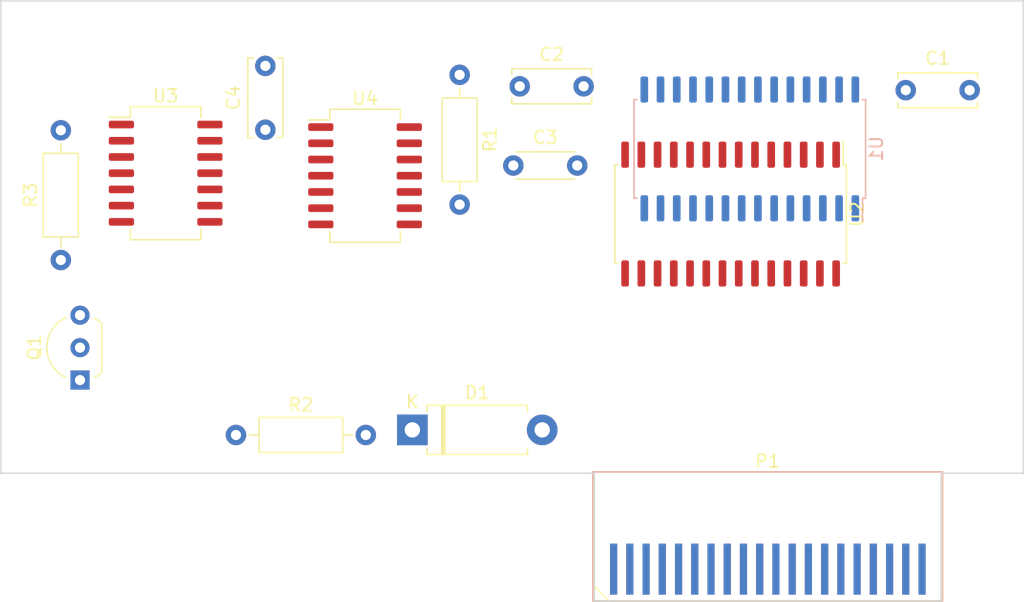
<source format=kicad_pcb>
(kicad_pcb (version 20171130) (host pcbnew 5.99.0+really5.1.10+dfsg1-1)

  (general
    (thickness 620)
    (drawings 5)
    (tracks 0)
    (zones 0)
    (modules 14)
    (nets 41)
  )

  (page A4)
  (layers
    (0 F.Cu signal)
    (31 B.Cu signal)
    (32 B.Adhes user)
    (33 F.Adhes user)
    (34 B.Paste user)
    (35 F.Paste user)
    (36 B.SilkS user)
    (37 F.SilkS user)
    (38 B.Mask user)
    (39 F.Mask user)
    (40 Dwgs.User user)
    (41 Cmts.User user)
    (42 Eco1.User user)
    (43 Eco2.User user)
    (44 Edge.Cuts user)
    (45 Margin user)
    (46 B.CrtYd user)
    (47 F.CrtYd user)
    (48 B.Fab user hide)
    (49 F.Fab user hide)
  )

  (setup
    (last_trace_width 0.25)
    (trace_clearance 0.2)
    (zone_clearance 0.508)
    (zone_45_only no)
    (trace_min 0.2)
    (via_size 0.8)
    (via_drill 0.4)
    (via_min_size 0.4)
    (via_min_drill 0.3)
    (uvia_size 0.3)
    (uvia_drill 0.1)
    (uvias_allowed no)
    (uvia_min_size 0.2)
    (uvia_min_drill 0.1)
    (edge_width 0.12)
    (segment_width 0.12)
    (pcb_text_width 0.3)
    (pcb_text_size 1.5 1.5)
    (mod_edge_width 0.12)
    (mod_text_size 1 1)
    (mod_text_width 0.15)
    (pad_size 1.524 1.524)
    (pad_drill 0.762)
    (pad_to_mask_clearance 0)
    (aux_axis_origin 0 0)
    (visible_elements FFFFFF7F)
    (pcbplotparams
      (layerselection 0x010fc_ffffffff)
      (usegerberextensions false)
      (usegerberattributes true)
      (usegerberadvancedattributes true)
      (creategerberjobfile true)
      (excludeedgelayer true)
      (linewidth 0.100000)
      (plotframeref false)
      (viasonmask false)
      (mode 1)
      (useauxorigin false)
      (hpglpennumber 1)
      (hpglpenspeed 20)
      (hpglpendiameter 15.000000)
      (psnegative false)
      (psa4output false)
      (plotreference true)
      (plotvalue true)
      (plotinvisibletext false)
      (padsonsilk false)
      (subtractmaskfromsilk false)
      (outputformat 1)
      (mirror false)
      (drillshape 1)
      (scaleselection 1)
      (outputdirectory ""))
  )

  (net 0 "")
  (net 1 GND)
  (net 2 VCC)
  (net 3 /P38)
  (net 4 /P34)
  (net 5 /P33)
  (net 6 /A8)
  (net 7 /A12)
  (net 8 /A9)
  (net 9 /A7)
  (net 10 /A11)
  (net 11 /A6)
  (net 12 /A5)
  (net 13 /A4)
  (net 14 /A10)
  (net 15 /A3)
  (net 16 /A2)
  (net 17 /D7)
  (net 18 /A1)
  (net 19 /D6)
  (net 20 /A0)
  (net 21 /D5)
  (net 22 /D0)
  (net 23 /D4)
  (net 24 /D1)
  (net 25 /D3)
  (net 26 /D2)
  (net 27 /A13RAM)
  (net 28 /A14RAM)
  (net 29 /~CSRAM)
  (net 30 /~CEROM)
  (net 31 /~OEROM)
  (net 32 /A14)
  (net 33 /A13)
  (net 34 /P31)
  (net 35 "Net-(Q1-Pad2)")
  (net 36 /~WERAM)
  (net 37 /~OERAM)
  (net 38 VMEM)
  (net 39 "Net-(D1-Pad2)")
  (net 40 /P18)

  (net_class Default "This is the default net class."
    (clearance 0.2)
    (trace_width 0.25)
    (via_dia 0.8)
    (via_drill 0.4)
    (uvia_dia 0.3)
    (uvia_drill 0.1)
    (add_net /A0)
    (add_net /A1)
    (add_net /A10)
    (add_net /A11)
    (add_net /A12)
    (add_net /A13)
    (add_net /A13RAM)
    (add_net /A14)
    (add_net /A14RAM)
    (add_net /A2)
    (add_net /A3)
    (add_net /A4)
    (add_net /A5)
    (add_net /A6)
    (add_net /A7)
    (add_net /A8)
    (add_net /A9)
    (add_net /D0)
    (add_net /D1)
    (add_net /D2)
    (add_net /D3)
    (add_net /D4)
    (add_net /D5)
    (add_net /D6)
    (add_net /D7)
    (add_net /P18)
    (add_net /P31)
    (add_net /P33)
    (add_net /P34)
    (add_net /P38)
    (add_net /~CEROM)
    (add_net /~CSRAM)
    (add_net /~OERAM)
    (add_net /~OEROM)
    (add_net /~WERAM)
    (add_net GND)
    (add_net "Net-(BT1-Pad1)")
    (add_net "Net-(D1-Pad2)")
    (add_net "Net-(P1-Pad29)")
    (add_net "Net-(P1-Pad32)")
    (add_net "Net-(P1-Pad35)")
    (add_net "Net-(P1-Pad36)")
    (add_net "Net-(P1-Pad37)")
    (add_net "Net-(Q1-Pad2)")
    (add_net "Net-(U3-Pad1)")
    (add_net "Net-(U3-Pad12)")
    (add_net "Net-(U3-Pad3)")
    (add_net "Net-(U3-Pad4)")
    (add_net "Net-(U3-Pad6)")
    (add_net "Net-(U4-Pad6)")
    (add_net "Net-(U4-Pad8)")
    (add_net VCC)
    (add_net VMEM)
  )

  (module Capacitor_THT:C_Disc_D6.0mm_W2.5mm_P5.00mm (layer F.Cu) (tedit 5AE50EF0) (tstamp 61540F0D)
    (at 150.8 106)
    (descr "C, Disc series, Radial, pin pitch=5.00mm, , diameter*width=6*2.5mm^2, Capacitor, http://cdn-reichelt.de/documents/datenblatt/B300/DS_KERKO_TC.pdf")
    (tags "C Disc series Radial pin pitch 5.00mm  diameter 6mm width 2.5mm Capacitor")
    (path /5159BFD4)
    (fp_text reference C1 (at 2.5 -2.5) (layer F.SilkS)
      (effects (font (size 1 1) (thickness 0.15)))
    )
    (fp_text value 100n (at 2.5 2.5) (layer F.Fab)
      (effects (font (size 1 1) (thickness 0.15)))
    )
    (fp_line (start 6.05 -1.5) (end -1.05 -1.5) (layer F.CrtYd) (width 0.05))
    (fp_line (start 6.05 1.5) (end 6.05 -1.5) (layer F.CrtYd) (width 0.05))
    (fp_line (start -1.05 1.5) (end 6.05 1.5) (layer F.CrtYd) (width 0.05))
    (fp_line (start -1.05 -1.5) (end -1.05 1.5) (layer F.CrtYd) (width 0.05))
    (fp_line (start 5.62 0.925) (end 5.62 1.37) (layer F.SilkS) (width 0.12))
    (fp_line (start 5.62 -1.37) (end 5.62 -0.925) (layer F.SilkS) (width 0.12))
    (fp_line (start -0.62 0.925) (end -0.62 1.37) (layer F.SilkS) (width 0.12))
    (fp_line (start -0.62 -1.37) (end -0.62 -0.925) (layer F.SilkS) (width 0.12))
    (fp_line (start -0.62 1.37) (end 5.62 1.37) (layer F.SilkS) (width 0.12))
    (fp_line (start -0.62 -1.37) (end 5.62 -1.37) (layer F.SilkS) (width 0.12))
    (fp_line (start 5.5 -1.25) (end -0.5 -1.25) (layer F.Fab) (width 0.1))
    (fp_line (start 5.5 1.25) (end 5.5 -1.25) (layer F.Fab) (width 0.1))
    (fp_line (start -0.5 1.25) (end 5.5 1.25) (layer F.Fab) (width 0.1))
    (fp_line (start -0.5 -1.25) (end -0.5 1.25) (layer F.Fab) (width 0.1))
    (fp_text user %R (at 2.5 0) (layer F.Fab)
      (effects (font (size 1 1) (thickness 0.15)))
    )
    (pad 2 thru_hole circle (at 5 0) (size 1.6 1.6) (drill 0.8) (layers *.Cu *.Mask)
      (net 1 GND))
    (pad 1 thru_hole circle (at 0 0) (size 1.6 1.6) (drill 0.8) (layers *.Cu *.Mask)
      (net 2 VCC))
    (model ${KISYS3DMOD}/Capacitor_THT.3dshapes/C_Disc_D6.0mm_W2.5mm_P5.00mm.wrl
      (at (xyz 0 0 0))
      (scale (xyz 1 1 1))
      (rotate (xyz 0 0 0))
    )
  )

  (module Package_TO_SOT_THT:TO-92L_Inline_Wide (layer F.Cu) (tedit 5A11996A) (tstamp 615493F7)
    (at 86.2 128.7 90)
    (descr "TO-92L leads in-line (large body variant of TO-92), also known as TO-226, wide, drill 0.75mm (see https://www.diodes.com/assets/Package-Files/TO92L.pdf and http://www.ti.com/lit/an/snoa059/snoa059.pdf)")
    (tags "TO-92L Inline Wide transistor")
    (path /61582988)
    (fp_text reference Q1 (at 2.54 -3.56 90) (layer F.SilkS)
      (effects (font (size 1 1) (thickness 0.15)))
    )
    (fp_text value UN1211 (at 2.54 2.79 90) (layer F.Fab)
      (effects (font (size 1 1) (thickness 0.15)))
    )
    (fp_line (start 6.1 1.85) (end -1 1.85) (layer F.CrtYd) (width 0.05))
    (fp_line (start 6.1 1.85) (end 6.1 -2.75) (layer F.CrtYd) (width 0.05))
    (fp_line (start -1 -2.75) (end -1 1.85) (layer F.CrtYd) (width 0.05))
    (fp_line (start -1 -2.75) (end 6.1 -2.75) (layer F.CrtYd) (width 0.05))
    (fp_line (start 0.65 1.6) (end 4.4 1.6) (layer F.Fab) (width 0.1))
    (fp_line (start 0.6 1.7) (end 4.45 1.7) (layer F.SilkS) (width 0.12))
    (fp_arc (start 2.54 0) (end 4.45 1.7) (angle -15.88591585) (layer F.SilkS) (width 0.12))
    (fp_arc (start 2.54 0) (end 2.54 -2.48) (angle -130.2499344) (layer F.Fab) (width 0.1))
    (fp_arc (start 2.54 0) (end 2.54 -2.48) (angle 129.9527847) (layer F.Fab) (width 0.1))
    (fp_arc (start 2.54 0) (end 2.54 -2.6) (angle 65) (layer F.SilkS) (width 0.12))
    (fp_arc (start 2.54 0) (end 2.54 -2.6) (angle -65) (layer F.SilkS) (width 0.12))
    (fp_arc (start 2.54 0) (end 0.6 1.7) (angle 15.44288892) (layer F.SilkS) (width 0.12))
    (fp_text user %R (at 2.54 0 90) (layer F.Fab)
      (effects (font (size 1 1) (thickness 0.15)))
    )
    (pad 1 thru_hole rect (at 0 0 90) (size 1.5 1.5) (drill 0.8) (layers *.Cu *.Mask)
      (net 34 /P31))
    (pad 3 thru_hole circle (at 5.08 0 90) (size 1.5 1.5) (drill 0.8) (layers *.Cu *.Mask)
      (net 1 GND))
    (pad 2 thru_hole circle (at 2.54 0 90) (size 1.5 1.5) (drill 0.8) (layers *.Cu *.Mask)
      (net 35 "Net-(Q1-Pad2)"))
    (model ${KISYS3DMOD}/Package_TO_SOT_THT.3dshapes/TO-92L_Inline_Wide.wrl
      (at (xyz 0 0 0))
      (scale (xyz 1 1 1))
      (rotate (xyz 0 0 0))
    )
  )

  (module Resistor_THT:R_Axial_DIN0207_L6.3mm_D2.5mm_P10.16mm_Horizontal (layer F.Cu) (tedit 5AE5139B) (tstamp 61540F87)
    (at 115.9 104.8 270)
    (descr "Resistor, Axial_DIN0207 series, Axial, Horizontal, pin pitch=10.16mm, 0.25W = 1/4W, length*diameter=6.3*2.5mm^2, http://cdn-reichelt.de/documents/datenblatt/B400/1_4W%23YAG.pdf")
    (tags "Resistor Axial_DIN0207 series Axial Horizontal pin pitch 10.16mm 0.25W = 1/4W length 6.3mm diameter 2.5mm")
    (path /512AA97D)
    (fp_text reference R1 (at 5.08 -2.37 90) (layer F.SilkS)
      (effects (font (size 1 1) (thickness 0.15)))
    )
    (fp_text value 10k (at 5.08 2.37 90) (layer F.Fab)
      (effects (font (size 1 1) (thickness 0.15)))
    )
    (fp_line (start 11.21 -1.5) (end -1.05 -1.5) (layer F.CrtYd) (width 0.05))
    (fp_line (start 11.21 1.5) (end 11.21 -1.5) (layer F.CrtYd) (width 0.05))
    (fp_line (start -1.05 1.5) (end 11.21 1.5) (layer F.CrtYd) (width 0.05))
    (fp_line (start -1.05 -1.5) (end -1.05 1.5) (layer F.CrtYd) (width 0.05))
    (fp_line (start 9.12 0) (end 8.35 0) (layer F.SilkS) (width 0.12))
    (fp_line (start 1.04 0) (end 1.81 0) (layer F.SilkS) (width 0.12))
    (fp_line (start 8.35 -1.37) (end 1.81 -1.37) (layer F.SilkS) (width 0.12))
    (fp_line (start 8.35 1.37) (end 8.35 -1.37) (layer F.SilkS) (width 0.12))
    (fp_line (start 1.81 1.37) (end 8.35 1.37) (layer F.SilkS) (width 0.12))
    (fp_line (start 1.81 -1.37) (end 1.81 1.37) (layer F.SilkS) (width 0.12))
    (fp_line (start 10.16 0) (end 8.23 0) (layer F.Fab) (width 0.1))
    (fp_line (start 0 0) (end 1.93 0) (layer F.Fab) (width 0.1))
    (fp_line (start 8.23 -1.25) (end 1.93 -1.25) (layer F.Fab) (width 0.1))
    (fp_line (start 8.23 1.25) (end 8.23 -1.25) (layer F.Fab) (width 0.1))
    (fp_line (start 1.93 1.25) (end 8.23 1.25) (layer F.Fab) (width 0.1))
    (fp_line (start 1.93 -1.25) (end 1.93 1.25) (layer F.Fab) (width 0.1))
    (fp_text user %R (at 5.08 0 90) (layer F.Fab)
      (effects (font (size 1 1) (thickness 0.15)))
    )
    (pad 2 thru_hole oval (at 10.16 0 270) (size 1.6 1.6) (drill 0.8) (layers *.Cu *.Mask)
      (net 38 VMEM))
    (pad 1 thru_hole circle (at 0 0 270) (size 1.6 1.6) (drill 0.8) (layers *.Cu *.Mask)
      (net 29 /~CSRAM))
    (model ${KISYS3DMOD}/Resistor_THT.3dshapes/R_Axial_DIN0207_L6.3mm_D2.5mm_P10.16mm_Horizontal.wrl
      (at (xyz 0 0 0))
      (scale (xyz 1 1 1))
      (rotate (xyz 0 0 0))
    )
  )

  (module Resistor_THT:R_Axial_DIN0207_L6.3mm_D2.5mm_P10.16mm_Horizontal (layer F.Cu) (tedit 5AE5139B) (tstamp 61540F96)
    (at 98.4 133)
    (descr "Resistor, Axial_DIN0207 series, Axial, Horizontal, pin pitch=10.16mm, 0.25W = 1/4W, length*diameter=6.3*2.5mm^2, http://cdn-reichelt.de/documents/datenblatt/B400/1_4W%23YAG.pdf")
    (tags "Resistor Axial_DIN0207 series Axial Horizontal pin pitch 10.16mm 0.25W = 1/4W length 6.3mm diameter 2.5mm")
    (path /512AA437)
    (fp_text reference R2 (at 5.08 -2.37) (layer F.SilkS)
      (effects (font (size 1 1) (thickness 0.15)))
    )
    (fp_text value 2.2k (at 5.08 2.37) (layer F.Fab)
      (effects (font (size 1 1) (thickness 0.15)))
    )
    (fp_line (start 11.21 -1.5) (end -1.05 -1.5) (layer F.CrtYd) (width 0.05))
    (fp_line (start 11.21 1.5) (end 11.21 -1.5) (layer F.CrtYd) (width 0.05))
    (fp_line (start -1.05 1.5) (end 11.21 1.5) (layer F.CrtYd) (width 0.05))
    (fp_line (start -1.05 -1.5) (end -1.05 1.5) (layer F.CrtYd) (width 0.05))
    (fp_line (start 9.12 0) (end 8.35 0) (layer F.SilkS) (width 0.12))
    (fp_line (start 1.04 0) (end 1.81 0) (layer F.SilkS) (width 0.12))
    (fp_line (start 8.35 -1.37) (end 1.81 -1.37) (layer F.SilkS) (width 0.12))
    (fp_line (start 8.35 1.37) (end 8.35 -1.37) (layer F.SilkS) (width 0.12))
    (fp_line (start 1.81 1.37) (end 8.35 1.37) (layer F.SilkS) (width 0.12))
    (fp_line (start 1.81 -1.37) (end 1.81 1.37) (layer F.SilkS) (width 0.12))
    (fp_line (start 10.16 0) (end 8.23 0) (layer F.Fab) (width 0.1))
    (fp_line (start 0 0) (end 1.93 0) (layer F.Fab) (width 0.1))
    (fp_line (start 8.23 -1.25) (end 1.93 -1.25) (layer F.Fab) (width 0.1))
    (fp_line (start 8.23 1.25) (end 8.23 -1.25) (layer F.Fab) (width 0.1))
    (fp_line (start 1.93 1.25) (end 8.23 1.25) (layer F.Fab) (width 0.1))
    (fp_line (start 1.93 -1.25) (end 1.93 1.25) (layer F.Fab) (width 0.1))
    (fp_text user %R (at 5.08 0) (layer F.Fab)
      (effects (font (size 1 1) (thickness 0.15)))
    )
    (pad 2 thru_hole oval (at 10.16 0) (size 1.6 1.6) (drill 0.8) (layers *.Cu *.Mask)
      (net 39 "Net-(D1-Pad2)"))
    (pad 1 thru_hole circle (at 0 0) (size 1.6 1.6) (drill 0.8) (layers *.Cu *.Mask))
    (model ${KISYS3DMOD}/Resistor_THT.3dshapes/R_Axial_DIN0207_L6.3mm_D2.5mm_P10.16mm_Horizontal.wrl
      (at (xyz 0 0 0))
      (scale (xyz 1 1 1))
      (rotate (xyz 0 0 0))
    )
  )

  (module Diode_THT:D_DO-15_P10.16mm_Horizontal (layer F.Cu) (tedit 5AE50CD5) (tstamp 61540F2C)
    (at 112.2 132.6)
    (descr "Diode, DO-15 series, Axial, Horizontal, pin pitch=10.16mm, , length*diameter=7.6*3.6mm^2, , http://www.diodes.com/_files/packages/DO-15.pdf")
    (tags "Diode DO-15 series Axial Horizontal pin pitch 10.16mm  length 7.6mm diameter 3.6mm")
    (path /512AA3D2)
    (fp_text reference D1 (at 5.08 -2.92) (layer F.SilkS)
      (effects (font (size 1 1) (thickness 0.15)))
    )
    (fp_text value 1N4148 (at 5.08 2.92) (layer F.Fab)
      (effects (font (size 1 1) (thickness 0.15)))
    )
    (fp_line (start 11.61 -2.05) (end -1.45 -2.05) (layer F.CrtYd) (width 0.05))
    (fp_line (start 11.61 2.05) (end 11.61 -2.05) (layer F.CrtYd) (width 0.05))
    (fp_line (start -1.45 2.05) (end 11.61 2.05) (layer F.CrtYd) (width 0.05))
    (fp_line (start -1.45 -2.05) (end -1.45 2.05) (layer F.CrtYd) (width 0.05))
    (fp_line (start 2.3 -1.92) (end 2.3 1.92) (layer F.SilkS) (width 0.12))
    (fp_line (start 2.54 -1.92) (end 2.54 1.92) (layer F.SilkS) (width 0.12))
    (fp_line (start 2.42 -1.92) (end 2.42 1.92) (layer F.SilkS) (width 0.12))
    (fp_line (start 9 1.92) (end 9 1.44) (layer F.SilkS) (width 0.12))
    (fp_line (start 1.16 1.92) (end 9 1.92) (layer F.SilkS) (width 0.12))
    (fp_line (start 1.16 1.44) (end 1.16 1.92) (layer F.SilkS) (width 0.12))
    (fp_line (start 9 -1.92) (end 9 -1.44) (layer F.SilkS) (width 0.12))
    (fp_line (start 1.16 -1.92) (end 9 -1.92) (layer F.SilkS) (width 0.12))
    (fp_line (start 1.16 -1.44) (end 1.16 -1.92) (layer F.SilkS) (width 0.12))
    (fp_line (start 2.32 -1.8) (end 2.32 1.8) (layer F.Fab) (width 0.1))
    (fp_line (start 2.52 -1.8) (end 2.52 1.8) (layer F.Fab) (width 0.1))
    (fp_line (start 2.42 -1.8) (end 2.42 1.8) (layer F.Fab) (width 0.1))
    (fp_line (start 10.16 0) (end 8.88 0) (layer F.Fab) (width 0.1))
    (fp_line (start 0 0) (end 1.28 0) (layer F.Fab) (width 0.1))
    (fp_line (start 8.88 -1.8) (end 1.28 -1.8) (layer F.Fab) (width 0.1))
    (fp_line (start 8.88 1.8) (end 8.88 -1.8) (layer F.Fab) (width 0.1))
    (fp_line (start 1.28 1.8) (end 8.88 1.8) (layer F.Fab) (width 0.1))
    (fp_line (start 1.28 -1.8) (end 1.28 1.8) (layer F.Fab) (width 0.1))
    (fp_text user %R (at 5.65 0) (layer F.Fab)
      (effects (font (size 1 1) (thickness 0.15)))
    )
    (fp_text user K (at 0 -2.2) (layer F.Fab)
      (effects (font (size 1 1) (thickness 0.15)))
    )
    (fp_text user K (at 0 -2.2) (layer F.SilkS)
      (effects (font (size 1 1) (thickness 0.15)))
    )
    (pad 1 thru_hole rect (at 0 0) (size 2.4 2.4) (drill 1.2) (layers *.Cu *.Mask)
      (net 38 VMEM))
    (pad 2 thru_hole oval (at 10.16 0) (size 2.4 2.4) (drill 1.2) (layers *.Cu *.Mask)
      (net 39 "Net-(D1-Pad2)"))
    (model ${KISYS3DMOD}/Diode_THT.3dshapes/D_DO-15_P10.16mm_Horizontal.wrl
      (at (xyz 0 0 0))
      (scale (xyz 1 1 1))
      (rotate (xyz 0 0 0))
    )
  )

  (module Capacitor_THT:C_Disc_D6.0mm_W2.5mm_P5.00mm (layer F.Cu) (tedit 5AE50EF0) (tstamp 61540ED4)
    (at 120.6 105.7)
    (descr "C, Disc series, Radial, pin pitch=5.00mm, , diameter*width=6*2.5mm^2, Capacitor, http://cdn-reichelt.de/documents/datenblatt/B300/DS_KERKO_TC.pdf")
    (tags "C Disc series Radial pin pitch 5.00mm  diameter 6mm width 2.5mm Capacitor")
    (path /5159BFCE)
    (fp_text reference C2 (at 2.5 -2.5) (layer F.SilkS)
      (effects (font (size 1 1) (thickness 0.15)))
    )
    (fp_text value 100n (at 2.5 2.5) (layer F.Fab)
      (effects (font (size 1 1) (thickness 0.15)))
    )
    (fp_line (start 6.05 -1.5) (end -1.05 -1.5) (layer F.CrtYd) (width 0.05))
    (fp_line (start 6.05 1.5) (end 6.05 -1.5) (layer F.CrtYd) (width 0.05))
    (fp_line (start -1.05 1.5) (end 6.05 1.5) (layer F.CrtYd) (width 0.05))
    (fp_line (start -1.05 -1.5) (end -1.05 1.5) (layer F.CrtYd) (width 0.05))
    (fp_line (start 5.62 0.925) (end 5.62 1.37) (layer F.SilkS) (width 0.12))
    (fp_line (start 5.62 -1.37) (end 5.62 -0.925) (layer F.SilkS) (width 0.12))
    (fp_line (start -0.62 0.925) (end -0.62 1.37) (layer F.SilkS) (width 0.12))
    (fp_line (start -0.62 -1.37) (end -0.62 -0.925) (layer F.SilkS) (width 0.12))
    (fp_line (start -0.62 1.37) (end 5.62 1.37) (layer F.SilkS) (width 0.12))
    (fp_line (start -0.62 -1.37) (end 5.62 -1.37) (layer F.SilkS) (width 0.12))
    (fp_line (start 5.5 -1.25) (end -0.5 -1.25) (layer F.Fab) (width 0.1))
    (fp_line (start 5.5 1.25) (end 5.5 -1.25) (layer F.Fab) (width 0.1))
    (fp_line (start -0.5 1.25) (end 5.5 1.25) (layer F.Fab) (width 0.1))
    (fp_line (start -0.5 -1.25) (end -0.5 1.25) (layer F.Fab) (width 0.1))
    (fp_text user %R (at 2.5 0) (layer F.Fab)
      (effects (font (size 1 1) (thickness 0.15)))
    )
    (pad 2 thru_hole circle (at 5 0) (size 1.6 1.6) (drill 0.8) (layers *.Cu *.Mask)
      (net 1 GND))
    (pad 1 thru_hole circle (at 0 0) (size 1.6 1.6) (drill 0.8) (layers *.Cu *.Mask)
      (net 38 VMEM))
    (model ${KISYS3DMOD}/Capacitor_THT.3dshapes/C_Disc_D6.0mm_W2.5mm_P5.00mm.wrl
      (at (xyz 0 0 0))
      (scale (xyz 1 1 1))
      (rotate (xyz 0 0 0))
    )
  )

  (module Capacitor_THT:C_Disc_D4.3mm_W1.9mm_P5.00mm (layer F.Cu) (tedit 5AE50EF0) (tstamp 6154A7F9)
    (at 120.1 111.9)
    (descr "C, Disc series, Radial, pin pitch=5.00mm, , diameter*width=4.3*1.9mm^2, Capacitor, http://www.vishay.com/docs/45233/krseries.pdf")
    (tags "C Disc series Radial pin pitch 5.00mm  diameter 4.3mm width 1.9mm Capacitor")
    (path /512AA991)
    (fp_text reference C3 (at 2.5 -2.2) (layer F.SilkS)
      (effects (font (size 1 1) (thickness 0.15)))
    )
    (fp_text value 10n (at 2.5 2.2) (layer F.Fab)
      (effects (font (size 1 1) (thickness 0.15)))
    )
    (fp_line (start 6.05 -1.2) (end -1.05 -1.2) (layer F.CrtYd) (width 0.05))
    (fp_line (start 6.05 1.2) (end 6.05 -1.2) (layer F.CrtYd) (width 0.05))
    (fp_line (start -1.05 1.2) (end 6.05 1.2) (layer F.CrtYd) (width 0.05))
    (fp_line (start -1.05 -1.2) (end -1.05 1.2) (layer F.CrtYd) (width 0.05))
    (fp_line (start 4.77 1.055) (end 4.77 1.07) (layer F.SilkS) (width 0.12))
    (fp_line (start 4.77 -1.07) (end 4.77 -1.055) (layer F.SilkS) (width 0.12))
    (fp_line (start 0.23 1.055) (end 0.23 1.07) (layer F.SilkS) (width 0.12))
    (fp_line (start 0.23 -1.07) (end 0.23 -1.055) (layer F.SilkS) (width 0.12))
    (fp_line (start 0.23 1.07) (end 4.77 1.07) (layer F.SilkS) (width 0.12))
    (fp_line (start 0.23 -1.07) (end 4.77 -1.07) (layer F.SilkS) (width 0.12))
    (fp_line (start 4.65 -0.95) (end 0.35 -0.95) (layer F.Fab) (width 0.1))
    (fp_line (start 4.65 0.95) (end 4.65 -0.95) (layer F.Fab) (width 0.1))
    (fp_line (start 0.35 0.95) (end 4.65 0.95) (layer F.Fab) (width 0.1))
    (fp_line (start 0.35 -0.95) (end 0.35 0.95) (layer F.Fab) (width 0.1))
    (fp_text user %R (at 2.5 0) (layer F.Fab)
      (effects (font (size 0.86 0.86) (thickness 0.129)))
    )
    (pad 2 thru_hole circle (at 5 0) (size 1.6 1.6) (drill 0.8) (layers *.Cu *.Mask)
      (net 1 GND))
    (pad 1 thru_hole circle (at 0 0) (size 1.6 1.6) (drill 0.8) (layers *.Cu *.Mask)
      (net 29 /~CSRAM))
    (model ${KISYS3DMOD}/Capacitor_THT.3dshapes/C_Disc_D4.3mm_W1.9mm_P5.00mm.wrl
      (at (xyz 0 0 0))
      (scale (xyz 1 1 1))
      (rotate (xyz 0 0 0))
    )
  )

  (module Capacitor_THT:C_Disc_D6.0mm_W2.5mm_P5.00mm (layer F.Cu) (tedit 5AE50EF0) (tstamp 61540EFA)
    (at 100.7 109.1 90)
    (descr "C, Disc series, Radial, pin pitch=5.00mm, , diameter*width=6*2.5mm^2, Capacitor, http://cdn-reichelt.de/documents/datenblatt/B300/DS_KERKO_TC.pdf")
    (tags "C Disc series Radial pin pitch 5.00mm  diameter 6mm width 2.5mm Capacitor")
    (path /5159BFDA)
    (fp_text reference C4 (at 2.5 -2.5 90) (layer F.SilkS)
      (effects (font (size 1 1) (thickness 0.15)))
    )
    (fp_text value 100n (at 2.5 2.5 90) (layer F.Fab)
      (effects (font (size 1 1) (thickness 0.15)))
    )
    (fp_line (start 6.05 -1.5) (end -1.05 -1.5) (layer F.CrtYd) (width 0.05))
    (fp_line (start 6.05 1.5) (end 6.05 -1.5) (layer F.CrtYd) (width 0.05))
    (fp_line (start -1.05 1.5) (end 6.05 1.5) (layer F.CrtYd) (width 0.05))
    (fp_line (start -1.05 -1.5) (end -1.05 1.5) (layer F.CrtYd) (width 0.05))
    (fp_line (start 5.62 0.925) (end 5.62 1.37) (layer F.SilkS) (width 0.12))
    (fp_line (start 5.62 -1.37) (end 5.62 -0.925) (layer F.SilkS) (width 0.12))
    (fp_line (start -0.62 0.925) (end -0.62 1.37) (layer F.SilkS) (width 0.12))
    (fp_line (start -0.62 -1.37) (end -0.62 -0.925) (layer F.SilkS) (width 0.12))
    (fp_line (start -0.62 1.37) (end 5.62 1.37) (layer F.SilkS) (width 0.12))
    (fp_line (start -0.62 -1.37) (end 5.62 -1.37) (layer F.SilkS) (width 0.12))
    (fp_line (start 5.5 -1.25) (end -0.5 -1.25) (layer F.Fab) (width 0.1))
    (fp_line (start 5.5 1.25) (end 5.5 -1.25) (layer F.Fab) (width 0.1))
    (fp_line (start -0.5 1.25) (end 5.5 1.25) (layer F.Fab) (width 0.1))
    (fp_line (start -0.5 -1.25) (end -0.5 1.25) (layer F.Fab) (width 0.1))
    (fp_text user %R (at 2.5 0 90) (layer F.Fab)
      (effects (font (size 1 1) (thickness 0.15)))
    )
    (pad 2 thru_hole circle (at 5 0 90) (size 1.6 1.6) (drill 0.8) (layers *.Cu *.Mask)
      (net 1 GND))
    (pad 1 thru_hole circle (at 0 0 90) (size 1.6 1.6) (drill 0.8) (layers *.Cu *.Mask)
      (net 2 VCC))
    (model ${KISYS3DMOD}/Capacitor_THT.3dshapes/C_Disc_D6.0mm_W2.5mm_P5.00mm.wrl
      (at (xyz 0 0 0))
      (scale (xyz 1 1 1))
      (rotate (xyz 0 0 0))
    )
  )

  (module Resistor_THT:R_Axial_DIN0207_L6.3mm_D2.5mm_P10.16mm_Horizontal (layer F.Cu) (tedit 5AE5139B) (tstamp 61540FA5)
    (at 84.7 119.3 90)
    (descr "Resistor, Axial_DIN0207 series, Axial, Horizontal, pin pitch=10.16mm, 0.25W = 1/4W, length*diameter=6.3*2.5mm^2, http://cdn-reichelt.de/documents/datenblatt/B400/1_4W%23YAG.pdf")
    (tags "Resistor Axial_DIN0207 series Axial Horizontal pin pitch 10.16mm 0.25W = 1/4W length 6.3mm diameter 2.5mm")
    (path /512AAE5C)
    (fp_text reference R3 (at 5.08 -2.37 90) (layer F.SilkS)
      (effects (font (size 1 1) (thickness 0.15)))
    )
    (fp_text value 4.7k (at 5.08 2.37 90) (layer F.Fab)
      (effects (font (size 1 1) (thickness 0.15)))
    )
    (fp_line (start 11.21 -1.5) (end -1.05 -1.5) (layer F.CrtYd) (width 0.05))
    (fp_line (start 11.21 1.5) (end 11.21 -1.5) (layer F.CrtYd) (width 0.05))
    (fp_line (start -1.05 1.5) (end 11.21 1.5) (layer F.CrtYd) (width 0.05))
    (fp_line (start -1.05 -1.5) (end -1.05 1.5) (layer F.CrtYd) (width 0.05))
    (fp_line (start 9.12 0) (end 8.35 0) (layer F.SilkS) (width 0.12))
    (fp_line (start 1.04 0) (end 1.81 0) (layer F.SilkS) (width 0.12))
    (fp_line (start 8.35 -1.37) (end 1.81 -1.37) (layer F.SilkS) (width 0.12))
    (fp_line (start 8.35 1.37) (end 8.35 -1.37) (layer F.SilkS) (width 0.12))
    (fp_line (start 1.81 1.37) (end 8.35 1.37) (layer F.SilkS) (width 0.12))
    (fp_line (start 1.81 -1.37) (end 1.81 1.37) (layer F.SilkS) (width 0.12))
    (fp_line (start 10.16 0) (end 8.23 0) (layer F.Fab) (width 0.1))
    (fp_line (start 0 0) (end 1.93 0) (layer F.Fab) (width 0.1))
    (fp_line (start 8.23 -1.25) (end 1.93 -1.25) (layer F.Fab) (width 0.1))
    (fp_line (start 8.23 1.25) (end 8.23 -1.25) (layer F.Fab) (width 0.1))
    (fp_line (start 1.93 1.25) (end 8.23 1.25) (layer F.Fab) (width 0.1))
    (fp_line (start 1.93 -1.25) (end 1.93 1.25) (layer F.Fab) (width 0.1))
    (fp_text user %R (at 5.08 0 90) (layer F.Fab)
      (effects (font (size 1 1) (thickness 0.15)))
    )
    (pad 2 thru_hole oval (at 10.16 0 90) (size 1.6 1.6) (drill 0.8) (layers *.Cu *.Mask)
      (net 2 VCC))
    (pad 1 thru_hole circle (at 0 0 90) (size 1.6 1.6) (drill 0.8) (layers *.Cu *.Mask)
      (net 35 "Net-(Q1-Pad2)"))
    (model ${KISYS3DMOD}/Resistor_THT.3dshapes/R_Axial_DIN0207_L6.3mm_D2.5mm_P10.16mm_Horizontal.wrl
      (at (xyz 0 0 0))
      (scale (xyz 1 1 1))
      (rotate (xyz 0 0 0))
    )
  )

  (module Package_SO:SOIC-28W_7.5x17.9mm_P1.27mm (layer B.Cu) (tedit 5D9F72B1) (tstamp 61540FD6)
    (at 138.6 110.6 90)
    (descr "SOIC, 28 Pin (JEDEC MS-013AE, https://www.analog.com/media/en/package-pcb-resources/package/35833120341221rw_28.pdf), generated with kicad-footprint-generator ipc_gullwing_generator.py")
    (tags "SOIC SO")
    (path /512A8D2F)
    (attr smd)
    (fp_text reference U1 (at 0 9.9 90) (layer B.SilkS)
      (effects (font (size 1 1) (thickness 0.15)) (justify mirror))
    )
    (fp_text value 27C256AP-20 (at 0 -9.9 90) (layer B.Fab)
      (effects (font (size 1 1) (thickness 0.15)) (justify mirror))
    )
    (fp_line (start 5.93 9.2) (end -5.93 9.2) (layer B.CrtYd) (width 0.05))
    (fp_line (start 5.93 -9.2) (end 5.93 9.2) (layer B.CrtYd) (width 0.05))
    (fp_line (start -5.93 -9.2) (end 5.93 -9.2) (layer B.CrtYd) (width 0.05))
    (fp_line (start -5.93 9.2) (end -5.93 -9.2) (layer B.CrtYd) (width 0.05))
    (fp_line (start -3.75 7.95) (end -2.75 8.95) (layer B.Fab) (width 0.1))
    (fp_line (start -3.75 -8.95) (end -3.75 7.95) (layer B.Fab) (width 0.1))
    (fp_line (start 3.75 -8.95) (end -3.75 -8.95) (layer B.Fab) (width 0.1))
    (fp_line (start 3.75 8.95) (end 3.75 -8.95) (layer B.Fab) (width 0.1))
    (fp_line (start -2.75 8.95) (end 3.75 8.95) (layer B.Fab) (width 0.1))
    (fp_line (start -3.86 8.815) (end -5.675 8.815) (layer B.SilkS) (width 0.12))
    (fp_line (start -3.86 9.06) (end -3.86 8.815) (layer B.SilkS) (width 0.12))
    (fp_line (start 0 9.06) (end -3.86 9.06) (layer B.SilkS) (width 0.12))
    (fp_line (start 3.86 9.06) (end 3.86 8.815) (layer B.SilkS) (width 0.12))
    (fp_line (start 0 9.06) (end 3.86 9.06) (layer B.SilkS) (width 0.12))
    (fp_line (start -3.86 -9.06) (end -3.86 -8.815) (layer B.SilkS) (width 0.12))
    (fp_line (start 0 -9.06) (end -3.86 -9.06) (layer B.SilkS) (width 0.12))
    (fp_line (start 3.86 -9.06) (end 3.86 -8.815) (layer B.SilkS) (width 0.12))
    (fp_line (start 0 -9.06) (end 3.86 -9.06) (layer B.SilkS) (width 0.12))
    (fp_text user %R (at 0 0 90) (layer B.Fab)
      (effects (font (size 1 1) (thickness 0.15)) (justify mirror))
    )
    (pad 28 smd roundrect (at 4.65 8.255 90) (size 2.05 0.6) (layers B.Cu B.Paste B.Mask) (roundrect_rratio 0.25)
      (net 2 VCC))
    (pad 27 smd roundrect (at 4.65 6.985 90) (size 2.05 0.6) (layers B.Cu B.Paste B.Mask) (roundrect_rratio 0.25)
      (net 32 /A14))
    (pad 26 smd roundrect (at 4.65 5.715 90) (size 2.05 0.6) (layers B.Cu B.Paste B.Mask) (roundrect_rratio 0.25)
      (net 33 /A13))
    (pad 25 smd roundrect (at 4.65 4.445 90) (size 2.05 0.6) (layers B.Cu B.Paste B.Mask) (roundrect_rratio 0.25)
      (net 6 /A8))
    (pad 24 smd roundrect (at 4.65 3.175 90) (size 2.05 0.6) (layers B.Cu B.Paste B.Mask) (roundrect_rratio 0.25)
      (net 8 /A9))
    (pad 23 smd roundrect (at 4.65 1.905 90) (size 2.05 0.6) (layers B.Cu B.Paste B.Mask) (roundrect_rratio 0.25)
      (net 10 /A11))
    (pad 22 smd roundrect (at 4.65 0.635 90) (size 2.05 0.6) (layers B.Cu B.Paste B.Mask) (roundrect_rratio 0.25)
      (net 31 /~OEROM))
    (pad 21 smd roundrect (at 4.65 -0.635 90) (size 2.05 0.6) (layers B.Cu B.Paste B.Mask) (roundrect_rratio 0.25)
      (net 14 /A10))
    (pad 20 smd roundrect (at 4.65 -1.905 90) (size 2.05 0.6) (layers B.Cu B.Paste B.Mask) (roundrect_rratio 0.25)
      (net 30 /~CEROM))
    (pad 19 smd roundrect (at 4.65 -3.175 90) (size 2.05 0.6) (layers B.Cu B.Paste B.Mask) (roundrect_rratio 0.25)
      (net 17 /D7))
    (pad 18 smd roundrect (at 4.65 -4.445 90) (size 2.05 0.6) (layers B.Cu B.Paste B.Mask) (roundrect_rratio 0.25)
      (net 19 /D6))
    (pad 17 smd roundrect (at 4.65 -5.715 90) (size 2.05 0.6) (layers B.Cu B.Paste B.Mask) (roundrect_rratio 0.25)
      (net 21 /D5))
    (pad 16 smd roundrect (at 4.65 -6.985 90) (size 2.05 0.6) (layers B.Cu B.Paste B.Mask) (roundrect_rratio 0.25)
      (net 23 /D4))
    (pad 15 smd roundrect (at 4.65 -8.255 90) (size 2.05 0.6) (layers B.Cu B.Paste B.Mask) (roundrect_rratio 0.25)
      (net 25 /D3))
    (pad 14 smd roundrect (at -4.65 -8.255 90) (size 2.05 0.6) (layers B.Cu B.Paste B.Mask) (roundrect_rratio 0.25)
      (net 1 GND))
    (pad 13 smd roundrect (at -4.65 -6.985 90) (size 2.05 0.6) (layers B.Cu B.Paste B.Mask) (roundrect_rratio 0.25)
      (net 26 /D2))
    (pad 12 smd roundrect (at -4.65 -5.715 90) (size 2.05 0.6) (layers B.Cu B.Paste B.Mask) (roundrect_rratio 0.25)
      (net 24 /D1))
    (pad 11 smd roundrect (at -4.65 -4.445 90) (size 2.05 0.6) (layers B.Cu B.Paste B.Mask) (roundrect_rratio 0.25)
      (net 22 /D0))
    (pad 10 smd roundrect (at -4.65 -3.175 90) (size 2.05 0.6) (layers B.Cu B.Paste B.Mask) (roundrect_rratio 0.25)
      (net 20 /A0))
    (pad 9 smd roundrect (at -4.65 -1.905 90) (size 2.05 0.6) (layers B.Cu B.Paste B.Mask) (roundrect_rratio 0.25)
      (net 18 /A1))
    (pad 8 smd roundrect (at -4.65 -0.635 90) (size 2.05 0.6) (layers B.Cu B.Paste B.Mask) (roundrect_rratio 0.25)
      (net 16 /A2))
    (pad 7 smd roundrect (at -4.65 0.635 90) (size 2.05 0.6) (layers B.Cu B.Paste B.Mask) (roundrect_rratio 0.25)
      (net 15 /A3))
    (pad 6 smd roundrect (at -4.65 1.905 90) (size 2.05 0.6) (layers B.Cu B.Paste B.Mask) (roundrect_rratio 0.25)
      (net 13 /A4))
    (pad 5 smd roundrect (at -4.65 3.175 90) (size 2.05 0.6) (layers B.Cu B.Paste B.Mask) (roundrect_rratio 0.25)
      (net 12 /A5))
    (pad 4 smd roundrect (at -4.65 4.445 90) (size 2.05 0.6) (layers B.Cu B.Paste B.Mask) (roundrect_rratio 0.25)
      (net 11 /A6))
    (pad 3 smd roundrect (at -4.65 5.715 90) (size 2.05 0.6) (layers B.Cu B.Paste B.Mask) (roundrect_rratio 0.25)
      (net 9 /A7))
    (pad 2 smd roundrect (at -4.65 6.985 90) (size 2.05 0.6) (layers B.Cu B.Paste B.Mask) (roundrect_rratio 0.25)
      (net 7 /A12))
    (pad 1 smd roundrect (at -4.65 8.255 90) (size 2.05 0.6) (layers B.Cu B.Paste B.Mask) (roundrect_rratio 0.25)
      (net 2 VCC))
    (model ${KISYS3DMOD}/Package_SO.3dshapes/SOIC-28W_7.5x17.9mm_P1.27mm.wrl
      (at (xyz 0 0 0))
      (scale (xyz 1 1 1))
      (rotate (xyz 0 0 0))
    )
  )

  (module Package_SO:SOIC-28W_7.5x17.9mm_P1.27mm (layer F.Cu) (tedit 5D9F72B1) (tstamp 61541007)
    (at 137.1 115.7 270)
    (descr "SOIC, 28 Pin (JEDEC MS-013AE, https://www.analog.com/media/en/package-pcb-resources/package/35833120341221rw_28.pdf), generated with kicad-footprint-generator ipc_gullwing_generator.py")
    (tags "SOIC SO")
    (path /512A8D63)
    (attr smd)
    (fp_text reference U2 (at 0 -9.9 90) (layer F.SilkS)
      (effects (font (size 1 1) (thickness 0.15)))
    )
    (fp_text value HM62256LFP-12T (at 0 9.9 90) (layer F.Fab)
      (effects (font (size 1 1) (thickness 0.15)))
    )
    (fp_line (start 5.93 -9.2) (end -5.93 -9.2) (layer F.CrtYd) (width 0.05))
    (fp_line (start 5.93 9.2) (end 5.93 -9.2) (layer F.CrtYd) (width 0.05))
    (fp_line (start -5.93 9.2) (end 5.93 9.2) (layer F.CrtYd) (width 0.05))
    (fp_line (start -5.93 -9.2) (end -5.93 9.2) (layer F.CrtYd) (width 0.05))
    (fp_line (start -3.75 -7.95) (end -2.75 -8.95) (layer F.Fab) (width 0.1))
    (fp_line (start -3.75 8.95) (end -3.75 -7.95) (layer F.Fab) (width 0.1))
    (fp_line (start 3.75 8.95) (end -3.75 8.95) (layer F.Fab) (width 0.1))
    (fp_line (start 3.75 -8.95) (end 3.75 8.95) (layer F.Fab) (width 0.1))
    (fp_line (start -2.75 -8.95) (end 3.75 -8.95) (layer F.Fab) (width 0.1))
    (fp_line (start -3.86 -8.815) (end -5.675 -8.815) (layer F.SilkS) (width 0.12))
    (fp_line (start -3.86 -9.06) (end -3.86 -8.815) (layer F.SilkS) (width 0.12))
    (fp_line (start 0 -9.06) (end -3.86 -9.06) (layer F.SilkS) (width 0.12))
    (fp_line (start 3.86 -9.06) (end 3.86 -8.815) (layer F.SilkS) (width 0.12))
    (fp_line (start 0 -9.06) (end 3.86 -9.06) (layer F.SilkS) (width 0.12))
    (fp_line (start -3.86 9.06) (end -3.86 8.815) (layer F.SilkS) (width 0.12))
    (fp_line (start 0 9.06) (end -3.86 9.06) (layer F.SilkS) (width 0.12))
    (fp_line (start 3.86 9.06) (end 3.86 8.815) (layer F.SilkS) (width 0.12))
    (fp_line (start 0 9.06) (end 3.86 9.06) (layer F.SilkS) (width 0.12))
    (fp_text user %R (at 0 0 90) (layer F.Fab)
      (effects (font (size 1 1) (thickness 0.15)))
    )
    (pad 28 smd roundrect (at 4.65 -8.255 270) (size 2.05 0.6) (layers F.Cu F.Paste F.Mask) (roundrect_rratio 0.25)
      (net 38 VMEM))
    (pad 27 smd roundrect (at 4.65 -6.985 270) (size 2.05 0.6) (layers F.Cu F.Paste F.Mask) (roundrect_rratio 0.25)
      (net 36 /~WERAM))
    (pad 26 smd roundrect (at 4.65 -5.715 270) (size 2.05 0.6) (layers F.Cu F.Paste F.Mask) (roundrect_rratio 0.25)
      (net 27 /A13RAM))
    (pad 25 smd roundrect (at 4.65 -4.445 270) (size 2.05 0.6) (layers F.Cu F.Paste F.Mask) (roundrect_rratio 0.25)
      (net 6 /A8))
    (pad 24 smd roundrect (at 4.65 -3.175 270) (size 2.05 0.6) (layers F.Cu F.Paste F.Mask) (roundrect_rratio 0.25)
      (net 8 /A9))
    (pad 23 smd roundrect (at 4.65 -1.905 270) (size 2.05 0.6) (layers F.Cu F.Paste F.Mask) (roundrect_rratio 0.25)
      (net 10 /A11))
    (pad 22 smd roundrect (at 4.65 -0.635 270) (size 2.05 0.6) (layers F.Cu F.Paste F.Mask) (roundrect_rratio 0.25)
      (net 37 /~OERAM))
    (pad 21 smd roundrect (at 4.65 0.635 270) (size 2.05 0.6) (layers F.Cu F.Paste F.Mask) (roundrect_rratio 0.25)
      (net 14 /A10))
    (pad 20 smd roundrect (at 4.65 1.905 270) (size 2.05 0.6) (layers F.Cu F.Paste F.Mask) (roundrect_rratio 0.25)
      (net 29 /~CSRAM))
    (pad 19 smd roundrect (at 4.65 3.175 270) (size 2.05 0.6) (layers F.Cu F.Paste F.Mask) (roundrect_rratio 0.25)
      (net 17 /D7))
    (pad 18 smd roundrect (at 4.65 4.445 270) (size 2.05 0.6) (layers F.Cu F.Paste F.Mask) (roundrect_rratio 0.25)
      (net 19 /D6))
    (pad 17 smd roundrect (at 4.65 5.715 270) (size 2.05 0.6) (layers F.Cu F.Paste F.Mask) (roundrect_rratio 0.25)
      (net 21 /D5))
    (pad 16 smd roundrect (at 4.65 6.985 270) (size 2.05 0.6) (layers F.Cu F.Paste F.Mask) (roundrect_rratio 0.25)
      (net 23 /D4))
    (pad 15 smd roundrect (at 4.65 8.255 270) (size 2.05 0.6) (layers F.Cu F.Paste F.Mask) (roundrect_rratio 0.25)
      (net 25 /D3))
    (pad 14 smd roundrect (at -4.65 8.255 270) (size 2.05 0.6) (layers F.Cu F.Paste F.Mask) (roundrect_rratio 0.25)
      (net 1 GND))
    (pad 13 smd roundrect (at -4.65 6.985 270) (size 2.05 0.6) (layers F.Cu F.Paste F.Mask) (roundrect_rratio 0.25)
      (net 26 /D2))
    (pad 12 smd roundrect (at -4.65 5.715 270) (size 2.05 0.6) (layers F.Cu F.Paste F.Mask) (roundrect_rratio 0.25)
      (net 24 /D1))
    (pad 11 smd roundrect (at -4.65 4.445 270) (size 2.05 0.6) (layers F.Cu F.Paste F.Mask) (roundrect_rratio 0.25)
      (net 22 /D0))
    (pad 10 smd roundrect (at -4.65 3.175 270) (size 2.05 0.6) (layers F.Cu F.Paste F.Mask) (roundrect_rratio 0.25)
      (net 20 /A0))
    (pad 9 smd roundrect (at -4.65 1.905 270) (size 2.05 0.6) (layers F.Cu F.Paste F.Mask) (roundrect_rratio 0.25)
      (net 18 /A1))
    (pad 8 smd roundrect (at -4.65 0.635 270) (size 2.05 0.6) (layers F.Cu F.Paste F.Mask) (roundrect_rratio 0.25)
      (net 16 /A2))
    (pad 7 smd roundrect (at -4.65 -0.635 270) (size 2.05 0.6) (layers F.Cu F.Paste F.Mask) (roundrect_rratio 0.25)
      (net 15 /A3))
    (pad 6 smd roundrect (at -4.65 -1.905 270) (size 2.05 0.6) (layers F.Cu F.Paste F.Mask) (roundrect_rratio 0.25)
      (net 13 /A4))
    (pad 5 smd roundrect (at -4.65 -3.175 270) (size 2.05 0.6) (layers F.Cu F.Paste F.Mask) (roundrect_rratio 0.25)
      (net 12 /A5))
    (pad 4 smd roundrect (at -4.65 -4.445 270) (size 2.05 0.6) (layers F.Cu F.Paste F.Mask) (roundrect_rratio 0.25)
      (net 11 /A6))
    (pad 3 smd roundrect (at -4.65 -5.715 270) (size 2.05 0.6) (layers F.Cu F.Paste F.Mask) (roundrect_rratio 0.25)
      (net 9 /A7))
    (pad 2 smd roundrect (at -4.65 -6.985 270) (size 2.05 0.6) (layers F.Cu F.Paste F.Mask) (roundrect_rratio 0.25)
      (net 7 /A12))
    (pad 1 smd roundrect (at -4.65 -8.255 270) (size 2.05 0.6) (layers F.Cu F.Paste F.Mask) (roundrect_rratio 0.25)
      (net 28 /A14RAM))
    (model ${KISYS3DMOD}/Package_SO.3dshapes/SOIC-28W_7.5x17.9mm_P1.27mm.wrl
      (at (xyz 0 0 0))
      (scale (xyz 1 1 1))
      (rotate (xyz 0 0 0))
    )
  )

  (module Package_SO:SO-14_5.3x10.2mm_P1.27mm (layer F.Cu) (tedit 5EA5315B) (tstamp 61541027)
    (at 92.9 112.5)
    (descr "SO, 14 Pin (https://www.ti.com/lit/ml/msop002a/msop002a.pdf), generated with kicad-footprint-generator ipc_gullwing_generator.py")
    (tags "SO SO")
    (path /512AAE35)
    (attr smd)
    (fp_text reference U3 (at 0 -6.05) (layer F.SilkS)
      (effects (font (size 1 1) (thickness 0.15)))
    )
    (fp_text value 74HC4075 (at 0 6.05) (layer F.Fab)
      (effects (font (size 1 1) (thickness 0.15)))
    )
    (fp_text user %R (at 0 0) (layer F.Fab)
      (effects (font (size 1 1) (thickness 0.15)))
    )
    (fp_line (start 0 5.21) (end 2.76 5.21) (layer F.SilkS) (width 0.12))
    (fp_line (start 2.76 5.21) (end 2.76 4.37) (layer F.SilkS) (width 0.12))
    (fp_line (start 0 5.21) (end -2.76 5.21) (layer F.SilkS) (width 0.12))
    (fp_line (start -2.76 5.21) (end -2.76 4.37) (layer F.SilkS) (width 0.12))
    (fp_line (start 0 -5.21) (end 2.76 -5.21) (layer F.SilkS) (width 0.12))
    (fp_line (start 2.76 -5.21) (end 2.76 -4.37) (layer F.SilkS) (width 0.12))
    (fp_line (start 0 -5.21) (end -2.76 -5.21) (layer F.SilkS) (width 0.12))
    (fp_line (start -2.76 -5.21) (end -2.76 -4.37) (layer F.SilkS) (width 0.12))
    (fp_line (start -2.76 -4.37) (end -4.45 -4.37) (layer F.SilkS) (width 0.12))
    (fp_line (start -1.65 -5.1) (end 2.65 -5.1) (layer F.Fab) (width 0.1))
    (fp_line (start 2.65 -5.1) (end 2.65 5.1) (layer F.Fab) (width 0.1))
    (fp_line (start 2.65 5.1) (end -2.65 5.1) (layer F.Fab) (width 0.1))
    (fp_line (start -2.65 5.1) (end -2.65 -4.1) (layer F.Fab) (width 0.1))
    (fp_line (start -2.65 -4.1) (end -1.65 -5.1) (layer F.Fab) (width 0.1))
    (fp_line (start -4.7 -5.35) (end -4.7 5.35) (layer F.CrtYd) (width 0.05))
    (fp_line (start -4.7 5.35) (end 4.7 5.35) (layer F.CrtYd) (width 0.05))
    (fp_line (start 4.7 5.35) (end 4.7 -5.35) (layer F.CrtYd) (width 0.05))
    (fp_line (start 4.7 -5.35) (end -4.7 -5.35) (layer F.CrtYd) (width 0.05))
    (pad 14 smd roundrect (at 3.4625 -3.81) (size 1.975 0.6) (layers F.Cu F.Paste F.Mask) (roundrect_rratio 0.25)
      (net 2 VCC))
    (pad 13 smd roundrect (at 3.4625 -2.54) (size 1.975 0.6) (layers F.Cu F.Paste F.Mask) (roundrect_rratio 0.25)
      (net 40 /P18))
    (pad 12 smd roundrect (at 3.4625 -1.27) (size 1.975 0.6) (layers F.Cu F.Paste F.Mask) (roundrect_rratio 0.25))
    (pad 11 smd roundrect (at 3.4625 0) (size 1.975 0.6) (layers F.Cu F.Paste F.Mask) (roundrect_rratio 0.25)
      (net 5 /P33))
    (pad 10 smd roundrect (at 3.4625 1.27) (size 1.975 0.6) (layers F.Cu F.Paste F.Mask) (roundrect_rratio 0.25)
      (net 37 /~OERAM))
    (pad 9 smd roundrect (at 3.4625 2.54) (size 1.975 0.6) (layers F.Cu F.Paste F.Mask) (roundrect_rratio 0.25)
      (net 36 /~WERAM))
    (pad 8 smd roundrect (at 3.4625 3.81) (size 1.975 0.6) (layers F.Cu F.Paste F.Mask) (roundrect_rratio 0.25)
      (net 4 /P34))
    (pad 7 smd roundrect (at -3.4625 3.81) (size 1.975 0.6) (layers F.Cu F.Paste F.Mask) (roundrect_rratio 0.25)
      (net 1 GND))
    (pad 6 smd roundrect (at -3.4625 2.54) (size 1.975 0.6) (layers F.Cu F.Paste F.Mask) (roundrect_rratio 0.25))
    (pad 5 smd roundrect (at -3.4625 1.27) (size 1.975 0.6) (layers F.Cu F.Paste F.Mask) (roundrect_rratio 0.25)
      (net 1 GND))
    (pad 4 smd roundrect (at -3.4625 0) (size 1.975 0.6) (layers F.Cu F.Paste F.Mask) (roundrect_rratio 0.25))
    (pad 3 smd roundrect (at -3.4625 -1.27) (size 1.975 0.6) (layers F.Cu F.Paste F.Mask) (roundrect_rratio 0.25))
    (pad 2 smd roundrect (at -3.4625 -2.54) (size 1.975 0.6) (layers F.Cu F.Paste F.Mask) (roundrect_rratio 0.25)
      (net 35 "Net-(Q1-Pad2)"))
    (pad 1 smd roundrect (at -3.4625 -3.81) (size 1.975 0.6) (layers F.Cu F.Paste F.Mask) (roundrect_rratio 0.25))
    (model ${KISYS3DMOD}/Package_SO.3dshapes/SO-14_5.3x10.2mm_P1.27mm.wrl
      (at (xyz 0 0 0))
      (scale (xyz 1 1 1))
      (rotate (xyz 0 0 0))
    )
  )

  (module Package_SO:SO-14_5.3x10.2mm_P1.27mm (layer F.Cu) (tedit 5EA5315B) (tstamp 61541047)
    (at 108.5 112.7)
    (descr "SO, 14 Pin (https://www.ti.com/lit/ml/msop002a/msop002a.pdf), generated with kicad-footprint-generator ipc_gullwing_generator.py")
    (tags "SO SO")
    (path /512AB2C4)
    (attr smd)
    (fp_text reference U4 (at 0 -6.05) (layer F.SilkS)
      (effects (font (size 1 1) (thickness 0.15)))
    )
    (fp_text value 74HC74 (at 0 6.05) (layer F.Fab)
      (effects (font (size 1 1) (thickness 0.15)))
    )
    (fp_text user %R (at 0 0) (layer F.Fab)
      (effects (font (size 1 1) (thickness 0.15)))
    )
    (fp_line (start 0 5.21) (end 2.76 5.21) (layer F.SilkS) (width 0.12))
    (fp_line (start 2.76 5.21) (end 2.76 4.37) (layer F.SilkS) (width 0.12))
    (fp_line (start 0 5.21) (end -2.76 5.21) (layer F.SilkS) (width 0.12))
    (fp_line (start -2.76 5.21) (end -2.76 4.37) (layer F.SilkS) (width 0.12))
    (fp_line (start 0 -5.21) (end 2.76 -5.21) (layer F.SilkS) (width 0.12))
    (fp_line (start 2.76 -5.21) (end 2.76 -4.37) (layer F.SilkS) (width 0.12))
    (fp_line (start 0 -5.21) (end -2.76 -5.21) (layer F.SilkS) (width 0.12))
    (fp_line (start -2.76 -5.21) (end -2.76 -4.37) (layer F.SilkS) (width 0.12))
    (fp_line (start -2.76 -4.37) (end -4.45 -4.37) (layer F.SilkS) (width 0.12))
    (fp_line (start -1.65 -5.1) (end 2.65 -5.1) (layer F.Fab) (width 0.1))
    (fp_line (start 2.65 -5.1) (end 2.65 5.1) (layer F.Fab) (width 0.1))
    (fp_line (start 2.65 5.1) (end -2.65 5.1) (layer F.Fab) (width 0.1))
    (fp_line (start -2.65 5.1) (end -2.65 -4.1) (layer F.Fab) (width 0.1))
    (fp_line (start -2.65 -4.1) (end -1.65 -5.1) (layer F.Fab) (width 0.1))
    (fp_line (start -4.7 -5.35) (end -4.7 5.35) (layer F.CrtYd) (width 0.05))
    (fp_line (start -4.7 5.35) (end 4.7 5.35) (layer F.CrtYd) (width 0.05))
    (fp_line (start 4.7 5.35) (end 4.7 -5.35) (layer F.CrtYd) (width 0.05))
    (fp_line (start 4.7 -5.35) (end -4.7 -5.35) (layer F.CrtYd) (width 0.05))
    (pad 14 smd roundrect (at 3.4625 -3.81) (size 1.975 0.6) (layers F.Cu F.Paste F.Mask) (roundrect_rratio 0.25)
      (net 2 VCC))
    (pad 13 smd roundrect (at 3.4625 -2.54) (size 1.975 0.6) (layers F.Cu F.Paste F.Mask) (roundrect_rratio 0.25)
      (net 2 VCC))
    (pad 12 smd roundrect (at 3.4625 -1.27) (size 1.975 0.6) (layers F.Cu F.Paste F.Mask) (roundrect_rratio 0.25)
      (net 32 /A14))
    (pad 11 smd roundrect (at 3.4625 0) (size 1.975 0.6) (layers F.Cu F.Paste F.Mask) (roundrect_rratio 0.25)
      (net 3 /P38))
    (pad 10 smd roundrect (at 3.4625 1.27) (size 1.975 0.6) (layers F.Cu F.Paste F.Mask) (roundrect_rratio 0.25)
      (net 2 VCC))
    (pad 9 smd roundrect (at 3.4625 2.54) (size 1.975 0.6) (layers F.Cu F.Paste F.Mask) (roundrect_rratio 0.25)
      (net 28 /A14RAM))
    (pad 8 smd roundrect (at 3.4625 3.81) (size 1.975 0.6) (layers F.Cu F.Paste F.Mask) (roundrect_rratio 0.25))
    (pad 7 smd roundrect (at -3.4625 3.81) (size 1.975 0.6) (layers F.Cu F.Paste F.Mask) (roundrect_rratio 0.25)
      (net 1 GND))
    (pad 6 smd roundrect (at -3.4625 2.54) (size 1.975 0.6) (layers F.Cu F.Paste F.Mask) (roundrect_rratio 0.25))
    (pad 5 smd roundrect (at -3.4625 1.27) (size 1.975 0.6) (layers F.Cu F.Paste F.Mask) (roundrect_rratio 0.25)
      (net 27 /A13RAM))
    (pad 4 smd roundrect (at -3.4625 0) (size 1.975 0.6) (layers F.Cu F.Paste F.Mask) (roundrect_rratio 0.25)
      (net 2 VCC))
    (pad 3 smd roundrect (at -3.4625 -1.27) (size 1.975 0.6) (layers F.Cu F.Paste F.Mask) (roundrect_rratio 0.25)
      (net 3 /P38))
    (pad 2 smd roundrect (at -3.4625 -2.54) (size 1.975 0.6) (layers F.Cu F.Paste F.Mask) (roundrect_rratio 0.25)
      (net 33 /A13))
    (pad 1 smd roundrect (at -3.4625 -3.81) (size 1.975 0.6) (layers F.Cu F.Paste F.Mask) (roundrect_rratio 0.25)
      (net 2 VCC))
    (model ${KISYS3DMOD}/Package_SO.3dshapes/SO-14_5.3x10.2mm_P1.27mm.wrl
      (at (xyz 0 0 0))
      (scale (xyz 1 1 1))
      (rotate (xyz 0 0 0))
    )
  )

  (module Connector_PCBEdge:Samtec_MECF-20-0_-NP-L-DV_2x20_P1.27mm_Edge (layer F.Cu) (tedit 5A1FF4BD) (tstamp 61540F78)
    (at 140 141)
    (descr "Highspeed card edge connector for PCB's with 20 contacts (not polarized)")
    (tags "conn samtec card-edge high-speed")
    (path /512A8DCA)
    (attr virtual)
    (fp_text reference P1 (at 0 -5.95) (layer F.SilkS)
      (effects (font (size 1 1) (thickness 0.15)))
    )
    (fp_text value CONN_20X2 (at 0 5.7) (layer F.Fab)
      (effects (font (size 1 1) (thickness 0.15)))
    )
    (fp_line (start -13.575 5) (end 13.575 5) (layer Edge.Cuts) (width 0.12))
    (fp_line (start 14 -5) (end 13.575 -5) (layer Edge.Cuts) (width 0.12))
    (fp_line (start -14 -5) (end -13.575 -5) (layer Edge.Cuts) (width 0.12))
    (fp_line (start 13.575 5) (end 13.575 -5) (layer Edge.Cuts) (width 0.12))
    (fp_line (start -13.575 5) (end -13.575 -5) (layer Edge.Cuts) (width 0.12))
    (fp_line (start 13.82 -5.25) (end -13.82 -5.25) (layer B.CrtYd) (width 0.05))
    (fp_line (start 13.82 5) (end 13.82 -5.25) (layer B.CrtYd) (width 0.05))
    (fp_line (start -13.82 5) (end 13.82 5) (layer B.CrtYd) (width 0.05))
    (fp_line (start -13.82 -5.25) (end -13.82 5) (layer B.CrtYd) (width 0.05))
    (fp_line (start 13.82 -5.25) (end -13.82 -5.25) (layer F.CrtYd) (width 0.05))
    (fp_line (start 13.82 5) (end 13.82 -5.25) (layer F.CrtYd) (width 0.05))
    (fp_line (start -13.82 5) (end 13.82 5) (layer F.CrtYd) (width 0.05))
    (fp_line (start -13.82 -5.25) (end -13.82 5) (layer F.CrtYd) (width 0.05))
    (fp_line (start 13.68 5) (end 13.68 -5.11) (layer B.SilkS) (width 0.12))
    (fp_line (start -13.68 5) (end -13.68 -5.11) (layer B.SilkS) (width 0.12))
    (fp_line (start -13.68 -5.11) (end 13.68 -5.11) (layer B.SilkS) (width 0.12))
    (fp_line (start -13.68 5) (end 13.68 5) (layer B.SilkS) (width 0.12))
    (fp_line (start -12.41 5) (end -13.68 3.73) (layer F.SilkS) (width 0.12))
    (fp_line (start 13.68 5) (end 13.68 -5.11) (layer F.SilkS) (width 0.12))
    (fp_line (start -13.68 3.73) (end -13.68 -5.11) (layer F.SilkS) (width 0.12))
    (fp_line (start -13.68 -5.11) (end 13.68 -5.11) (layer F.SilkS) (width 0.12))
    (fp_line (start -12.41 5) (end 13.68 5) (layer F.SilkS) (width 0.12))
    (fp_line (start 13.575 5) (end 13.575 -5) (layer B.Fab) (width 0.1))
    (fp_line (start -13.575 5) (end -13.575 -5) (layer B.Fab) (width 0.1))
    (fp_line (start -13.575 -5) (end 13.575 -5) (layer B.Fab) (width 0.1))
    (fp_line (start -13.575 5) (end 13.575 5) (layer B.Fab) (width 0.1))
    (fp_line (start -13.575 3.73) (end -12.305 5) (layer F.Fab) (width 0.1))
    (fp_line (start 13.575 5) (end 13.575 -5) (layer F.Fab) (width 0.1))
    (fp_line (start -13.575 3.73) (end -13.575 -5) (layer F.Fab) (width 0.1))
    (fp_line (start -13.575 -5) (end 13.575 -5) (layer F.Fab) (width 0.1))
    (fp_line (start -12.305 5) (end 13.575 5) (layer F.Fab) (width 0.1))
    (fp_text user %R (at 0 -2.54) (layer F.Fab)
      (effects (font (size 1 1) (thickness 0.15)))
    )
    (pad 1 connect rect (at -12.055 2.5) (size 0.56 4) (layers F.Cu F.Mask)
      (net 1 GND))
    (pad 2 connect rect (at -12.055 2.5) (size 0.56 4) (layers B.Cu B.Mask)
      (net 2 VCC))
    (pad 3 connect rect (at -10.785 2.5) (size 0.56 4) (layers F.Cu F.Mask)
      (net 26 /D2))
    (pad 4 connect rect (at -10.785 2.5) (size 0.56 4) (layers B.Cu B.Mask)
      (net 25 /D3))
    (pad 5 connect rect (at -9.515 2.5) (size 0.56 4) (layers F.Cu F.Mask)
      (net 24 /D1))
    (pad 6 connect rect (at -9.515 2.5) (size 0.56 4) (layers B.Cu B.Mask)
      (net 23 /D4))
    (pad 7 connect rect (at -8.245 2.5) (size 0.56 4) (layers F.Cu F.Mask)
      (net 22 /D0))
    (pad 8 connect rect (at -8.245 2.5) (size 0.56 4) (layers B.Cu B.Mask)
      (net 21 /D5))
    (pad 9 connect rect (at -6.975 2.5) (size 0.56 4) (layers F.Cu F.Mask)
      (net 20 /A0))
    (pad 10 connect rect (at -6.975 2.5) (size 0.56 4) (layers B.Cu B.Mask)
      (net 19 /D6))
    (pad 11 connect rect (at -5.705 2.5) (size 0.56 4) (layers F.Cu F.Mask)
      (net 18 /A1))
    (pad 12 connect rect (at -5.705 2.5) (size 0.56 4) (layers B.Cu B.Mask)
      (net 17 /D7))
    (pad 13 connect rect (at -4.435 2.5) (size 0.56 4) (layers F.Cu F.Mask)
      (net 16 /A2))
    (pad 14 connect rect (at -4.435 2.5) (size 0.56 4) (layers B.Cu B.Mask)
      (net 30 /~CEROM))
    (pad 15 connect rect (at -3.165 2.5) (size 0.56 4) (layers F.Cu F.Mask)
      (net 15 /A3))
    (pad 16 connect rect (at -3.165 2.5) (size 0.56 4) (layers B.Cu B.Mask)
      (net 14 /A10))
    (pad 17 connect rect (at -1.895 2.5) (size 0.56 4) (layers F.Cu F.Mask)
      (net 13 /A4))
    (pad 18 connect rect (at -1.895 2.5) (size 0.56 4) (layers B.Cu B.Mask)
      (net 40 /P18))
    (pad 19 connect rect (at -0.625 2.5) (size 0.56 4) (layers F.Cu F.Mask)
      (net 12 /A5))
    (pad 20 connect rect (at -0.625 2.5) (size 0.56 4) (layers B.Cu B.Mask)
      (net 31 /~OEROM))
    (pad 21 connect rect (at 0.645 2.5) (size 0.56 4) (layers F.Cu F.Mask)
      (net 11 /A6))
    (pad 22 connect rect (at 0.645 2.5) (size 0.56 4) (layers B.Cu B.Mask)
      (net 10 /A11))
    (pad 23 connect rect (at 1.915 2.5) (size 0.56 4) (layers F.Cu F.Mask)
      (net 9 /A7))
    (pad 24 connect rect (at 1.915 2.5) (size 0.56 4) (layers B.Cu B.Mask)
      (net 8 /A9))
    (pad 25 connect rect (at 3.185 2.5) (size 0.56 4) (layers F.Cu F.Mask)
      (net 7 /A12))
    (pad 26 connect rect (at 3.185 2.5) (size 0.56 4) (layers B.Cu B.Mask)
      (net 6 /A8))
    (pad 27 connect rect (at 4.455 2.5) (size 0.56 4) (layers F.Cu F.Mask)
      (net 32 /A14))
    (pad 28 connect rect (at 4.455 2.5) (size 0.56 4) (layers B.Cu B.Mask)
      (net 33 /A13))
    (pad 29 connect rect (at 5.725 2.5) (size 0.56 4) (layers F.Cu F.Mask))
    (pad 30 connect rect (at 5.725 2.5) (size 0.56 4) (layers B.Cu B.Mask)
      (net 29 /~CSRAM))
    (pad 31 connect rect (at 6.995 2.5) (size 0.56 4) (layers F.Cu F.Mask)
      (net 34 /P31))
    (pad 32 connect rect (at 6.995 2.5) (size 0.56 4) (layers B.Cu B.Mask))
    (pad 33 connect rect (at 8.265 2.5) (size 0.56 4) (layers F.Cu F.Mask)
      (net 5 /P33))
    (pad 34 connect rect (at 8.265 2.5) (size 0.56 4) (layers B.Cu B.Mask)
      (net 4 /P34))
    (pad 35 connect rect (at 9.535 2.5) (size 0.56 4) (layers F.Cu F.Mask))
    (pad 36 connect rect (at 9.535 2.5) (size 0.56 4) (layers B.Cu B.Mask))
    (pad 37 connect rect (at 10.805 2.5) (size 0.56 4) (layers F.Cu F.Mask))
    (pad 38 connect rect (at 10.805 2.5) (size 0.56 4) (layers B.Cu B.Mask)
      (net 3 /P38))
    (pad 39 connect rect (at 12.075 2.5) (size 0.56 4) (layers F.Cu F.Mask)
      (net 1 GND))
    (pad 40 connect rect (at 12.075 2.5) (size 0.56 4) (layers B.Cu B.Mask)
      (net 38 VMEM))
  )

  (gr_line (start 160 136) (end 154 136) (layer Edge.Cuts) (width 0.12))
  (gr_line (start 160 99) (end 160 136) (layer Edge.Cuts) (width 0.12))
  (gr_line (start 80 99) (end 160 99) (layer Edge.Cuts) (width 0.12))
  (gr_line (start 80 136) (end 80 99) (layer Edge.Cuts) (width 0.12))
  (gr_line (start 126 136) (end 80 136) (layer Edge.Cuts) (width 0.12))

)

</source>
